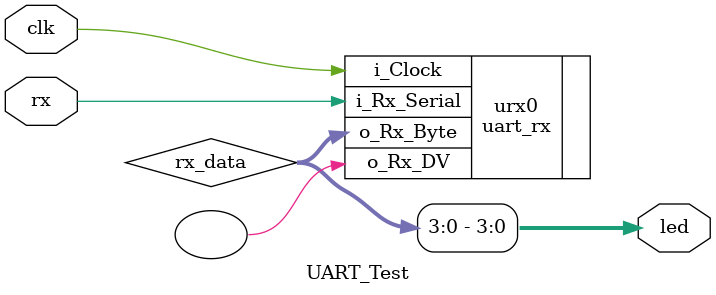
<source format=v>
`timescale 1ns / 1ps


module UART_Test(input clk, input rx, output [3:0] led);
   
   wire [7:0] rx_data;
   
   assign led = rx_data[3:0];
   
   uart_rx urx0 (.i_Clock(clk), .i_Rx_Serial(rx), .o_Rx_DV(), .o_Rx_Byte(rx_data));

endmodule

</source>
